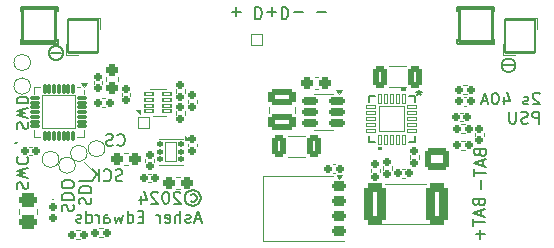
<source format=gbo>
G04 #@! TF.GenerationSoftware,KiCad,Pcbnew,8.0.7-8.0.7-0~ubuntu24.04.1*
G04 #@! TF.CreationDate,2024-12-31T12:59:00-07:00*
G04 #@! TF.ProjectId,2s 40A PSU and charger,32732034-3041-4205-9053-5520616e6420,V1*
G04 #@! TF.SameCoordinates,Original*
G04 #@! TF.FileFunction,Legend,Bot*
G04 #@! TF.FilePolarity,Positive*
%FSLAX46Y46*%
G04 Gerber Fmt 4.6, Leading zero omitted, Abs format (unit mm)*
G04 Created by KiCad (PCBNEW 8.0.7-8.0.7-0~ubuntu24.04.1) date 2024-12-31 12:59:00*
%MOMM*%
%LPD*%
G01*
G04 APERTURE LIST*
G04 Aperture macros list*
%AMRoundRect*
0 Rectangle with rounded corners*
0 $1 Rounding radius*
0 $2 $3 $4 $5 $6 $7 $8 $9 X,Y pos of 4 corners*
0 Add a 4 corners polygon primitive as box body*
4,1,4,$2,$3,$4,$5,$6,$7,$8,$9,$2,$3,0*
0 Add four circle primitives for the rounded corners*
1,1,$1+$1,$2,$3*
1,1,$1+$1,$4,$5*
1,1,$1+$1,$6,$7*
1,1,$1+$1,$8,$9*
0 Add four rect primitives between the rounded corners*
20,1,$1+$1,$2,$3,$4,$5,0*
20,1,$1+$1,$4,$5,$6,$7,0*
20,1,$1+$1,$6,$7,$8,$9,0*
20,1,$1+$1,$8,$9,$2,$3,0*%
%AMFreePoly0*
4,1,21,2.385355,3.535355,2.400000,3.500000,2.400000,2.000000,2.385355,1.964645,2.350000,1.950000,2.150000,1.950000,2.150000,-1.100000,2.135355,-1.135355,2.100000,-1.150000,-2.100000,-1.150000,-2.135355,-1.135355,-2.150000,-1.100000,-2.150000,1.950000,-2.350000,1.950000,-2.385355,1.964645,-2.400000,2.000000,-2.400000,3.500000,-2.385355,3.535355,-2.350000,3.550000,2.350000,3.550000,
2.385355,3.535355,2.385355,3.535355,$1*%
G04 Aperture macros list end*
%ADD10C,0.120000*%
%ADD11C,0.150000*%
%ADD12C,0.127000*%
%ADD13C,0.152400*%
%ADD14C,0.000000*%
%ADD15C,0.100000*%
%ADD16RoundRect,0.387756X-0.562244X-1.362244X0.562244X-1.362244X0.562244X1.362244X-0.562244X1.362244X0*%
%ADD17RoundRect,0.264706X0.760294X-0.635294X0.760294X0.635294X-0.760294X0.635294X-0.760294X-0.635294X0*%
%ADD18O,2.050000X1.800000*%
%ADD19RoundRect,0.050000X0.500000X-0.500000X0.500000X0.500000X-0.500000X0.500000X-0.500000X-0.500000X0*%
%ADD20O,1.100000X1.100000*%
%ADD21RoundRect,0.050000X-0.500000X-0.500000X0.500000X-0.500000X0.500000X0.500000X-0.500000X0.500000X0*%
%ADD22C,0.800000*%
%ADD23C,4.500000*%
%ADD24C,0.700000*%
%ADD25C,0.850020*%
%ADD26O,2.050020X0.800020*%
%ADD27RoundRect,0.165000X-0.195000X0.165000X-0.195000X-0.165000X0.195000X-0.165000X0.195000X0.165000X0*%
%ADD28RoundRect,0.160000X0.160000X0.210000X-0.160000X0.210000X-0.160000X-0.210000X0.160000X-0.210000X0*%
%ADD29RoundRect,0.118750X0.118750X0.131250X-0.118750X0.131250X-0.118750X-0.131250X0.118750X-0.131250X0*%
%ADD30RoundRect,0.050000X0.500000X0.800000X-0.500000X0.800000X-0.500000X-0.800000X0.500000X-0.800000X0*%
%ADD31RoundRect,0.160000X0.210000X-0.160000X0.210000X0.160000X-0.210000X0.160000X-0.210000X-0.160000X0*%
%ADD32RoundRect,0.165000X-0.165000X-0.195000X0.165000X-0.195000X0.165000X0.195000X-0.165000X0.195000X0*%
%ADD33RoundRect,0.271739X-0.353261X-0.678261X0.353261X-0.678261X0.353261X0.678261X-0.353261X0.678261X0*%
%ADD34RoundRect,0.250000X0.250000X0.275000X-0.250000X0.275000X-0.250000X-0.275000X0.250000X-0.275000X0*%
%ADD35C,1.100000*%
%ADD36RoundRect,0.250000X-0.250000X-0.275000X0.250000X-0.275000X0.250000X0.275000X-0.250000X0.275000X0*%
%ADD37RoundRect,0.066667X-0.318333X-0.133333X0.318333X-0.133333X0.318333X0.133333X-0.318333X0.133333X0*%
%ADD38RoundRect,0.165000X0.195000X-0.165000X0.195000X0.165000X-0.195000X0.165000X-0.195000X-0.165000X0*%
%ADD39RoundRect,0.270000X-0.880000X0.405000X-0.880000X-0.405000X0.880000X-0.405000X0.880000X0.405000X0*%
%ADD40RoundRect,0.160000X-0.210000X0.160000X-0.210000X-0.160000X0.210000X-0.160000X0.210000X0.160000X0*%
%ADD41RoundRect,0.165000X0.165000X0.195000X-0.165000X0.195000X-0.165000X-0.195000X0.165000X-0.195000X0*%
%ADD42RoundRect,0.160000X-0.160000X-0.210000X0.160000X-0.210000X0.160000X0.210000X-0.160000X0.210000X0*%
%ADD43RoundRect,0.100000X1.250000X1.400000X-1.250000X1.400000X-1.250000X-1.400000X1.250000X-1.400000X0*%
%ADD44RoundRect,0.200000X0.425000X-0.200000X0.425000X0.200000X-0.425000X0.200000X-0.425000X-0.200000X0*%
%ADD45FreePoly0,90.000000*%
%ADD46RoundRect,0.102000X-1.400000X-1.400000X1.400000X-1.400000X1.400000X1.400000X-1.400000X1.400000X0*%
%ADD47RoundRect,0.050000X0.406400X-0.127000X0.406400X0.127000X-0.406400X0.127000X-0.406400X-0.127000X0*%
%ADD48RoundRect,0.050000X0.127000X0.406400X-0.127000X0.406400X-0.127000X-0.406400X0.127000X-0.406400X0*%
%ADD49RoundRect,0.050000X1.079500X1.079500X-1.079500X1.079500X-1.079500X-1.079500X1.079500X-1.079500X0*%
%ADD50RoundRect,0.075000X0.362500X0.075000X-0.362500X0.075000X-0.362500X-0.075000X0.362500X-0.075000X0*%
%ADD51RoundRect,0.075000X0.075000X0.362500X-0.075000X0.362500X-0.075000X-0.362500X0.075000X-0.362500X0*%
%ADD52RoundRect,0.050000X1.400000X1.400000X-1.400000X1.400000X-1.400000X-1.400000X1.400000X-1.400000X0*%
%ADD53RoundRect,0.274390X0.475610X-0.288110X0.475610X0.288110X-0.475610X0.288110X-0.475610X-0.288110X0*%
%ADD54RoundRect,0.175000X0.537500X0.175000X-0.537500X0.175000X-0.537500X-0.175000X0.537500X-0.175000X0*%
%ADD55RoundRect,0.172500X-0.197500X0.172500X-0.197500X-0.172500X0.197500X-0.172500X0.197500X0.172500X0*%
%ADD56RoundRect,0.250000X-0.275000X0.250000X-0.275000X-0.250000X0.275000X-0.250000X0.275000X0.250000X0*%
G04 APERTURE END LIST*
D10*
X114500000Y-125700000D02*
X114000000Y-125200000D01*
D11*
X147446009Y-128670112D02*
X147493628Y-128812969D01*
X147493628Y-128812969D02*
X147541247Y-128860588D01*
X147541247Y-128860588D02*
X147636485Y-128908207D01*
X147636485Y-128908207D02*
X147779342Y-128908207D01*
X147779342Y-128908207D02*
X147874580Y-128860588D01*
X147874580Y-128860588D02*
X147922200Y-128812969D01*
X147922200Y-128812969D02*
X147969819Y-128717731D01*
X147969819Y-128717731D02*
X147969819Y-128336779D01*
X147969819Y-128336779D02*
X146969819Y-128336779D01*
X146969819Y-128336779D02*
X146969819Y-128670112D01*
X146969819Y-128670112D02*
X147017438Y-128765350D01*
X147017438Y-128765350D02*
X147065057Y-128812969D01*
X147065057Y-128812969D02*
X147160295Y-128860588D01*
X147160295Y-128860588D02*
X147255533Y-128860588D01*
X147255533Y-128860588D02*
X147350771Y-128812969D01*
X147350771Y-128812969D02*
X147398390Y-128765350D01*
X147398390Y-128765350D02*
X147446009Y-128670112D01*
X147446009Y-128670112D02*
X147446009Y-128336779D01*
X147684104Y-129289160D02*
X147684104Y-129765350D01*
X147969819Y-129193922D02*
X146969819Y-129527255D01*
X146969819Y-129527255D02*
X147969819Y-129860588D01*
X146969819Y-130051065D02*
X146969819Y-130622493D01*
X147969819Y-130336779D02*
X146969819Y-130336779D01*
X147588866Y-130955827D02*
X147588866Y-131717732D01*
X147969819Y-131336779D02*
X147207914Y-131336779D01*
X150115601Y-116465771D02*
X149829887Y-116465771D01*
X149829887Y-116465771D02*
X149544173Y-116608628D01*
X149544173Y-116608628D02*
X149401316Y-116894342D01*
X149401316Y-116894342D02*
X149401316Y-117180057D01*
X149401316Y-117180057D02*
X149544173Y-117465771D01*
X149544173Y-117465771D02*
X149829887Y-117608628D01*
X149829887Y-117608628D02*
X150115601Y-117608628D01*
X150115601Y-117608628D02*
X150401316Y-117465771D01*
X150401316Y-117465771D02*
X150544173Y-117180057D01*
X150544173Y-117180057D02*
X150544173Y-116894342D01*
X150544173Y-116894342D02*
X150401316Y-116608628D01*
X150401316Y-116608628D02*
X150115601Y-116465771D01*
X150401316Y-117037200D02*
X149544173Y-117037200D01*
X111815601Y-115415771D02*
X111529887Y-115415771D01*
X111529887Y-115415771D02*
X111244173Y-115558628D01*
X111244173Y-115558628D02*
X111101316Y-115844342D01*
X111101316Y-115844342D02*
X111101316Y-116130057D01*
X111101316Y-116130057D02*
X111244173Y-116415771D01*
X111244173Y-116415771D02*
X111529887Y-116558628D01*
X111529887Y-116558628D02*
X111815601Y-116558628D01*
X111815601Y-116558628D02*
X112101316Y-116415771D01*
X112101316Y-116415771D02*
X112244173Y-116130057D01*
X112244173Y-116130057D02*
X112244173Y-115844342D01*
X112244173Y-115844342D02*
X112101316Y-115558628D01*
X112101316Y-115558628D02*
X111815601Y-115415771D01*
X112101316Y-115987200D02*
X111244173Y-115987200D01*
X152610839Y-119455113D02*
X152563220Y-119407494D01*
X152563220Y-119407494D02*
X152467982Y-119359875D01*
X152467982Y-119359875D02*
X152229887Y-119359875D01*
X152229887Y-119359875D02*
X152134649Y-119407494D01*
X152134649Y-119407494D02*
X152087030Y-119455113D01*
X152087030Y-119455113D02*
X152039411Y-119550351D01*
X152039411Y-119550351D02*
X152039411Y-119645589D01*
X152039411Y-119645589D02*
X152087030Y-119788446D01*
X152087030Y-119788446D02*
X152658458Y-120359875D01*
X152658458Y-120359875D02*
X152039411Y-120359875D01*
X151658458Y-120312256D02*
X151563220Y-120359875D01*
X151563220Y-120359875D02*
X151372744Y-120359875D01*
X151372744Y-120359875D02*
X151277506Y-120312256D01*
X151277506Y-120312256D02*
X151229887Y-120217017D01*
X151229887Y-120217017D02*
X151229887Y-120169398D01*
X151229887Y-120169398D02*
X151277506Y-120074160D01*
X151277506Y-120074160D02*
X151372744Y-120026541D01*
X151372744Y-120026541D02*
X151515601Y-120026541D01*
X151515601Y-120026541D02*
X151610839Y-119978922D01*
X151610839Y-119978922D02*
X151658458Y-119883684D01*
X151658458Y-119883684D02*
X151658458Y-119836065D01*
X151658458Y-119836065D02*
X151610839Y-119740827D01*
X151610839Y-119740827D02*
X151515601Y-119693208D01*
X151515601Y-119693208D02*
X151372744Y-119693208D01*
X151372744Y-119693208D02*
X151277506Y-119740827D01*
X149610839Y-119693208D02*
X149610839Y-120359875D01*
X149848934Y-119312256D02*
X150087029Y-120026541D01*
X150087029Y-120026541D02*
X149467982Y-120026541D01*
X148896553Y-119359875D02*
X148801315Y-119359875D01*
X148801315Y-119359875D02*
X148706077Y-119407494D01*
X148706077Y-119407494D02*
X148658458Y-119455113D01*
X148658458Y-119455113D02*
X148610839Y-119550351D01*
X148610839Y-119550351D02*
X148563220Y-119740827D01*
X148563220Y-119740827D02*
X148563220Y-119978922D01*
X148563220Y-119978922D02*
X148610839Y-120169398D01*
X148610839Y-120169398D02*
X148658458Y-120264636D01*
X148658458Y-120264636D02*
X148706077Y-120312256D01*
X148706077Y-120312256D02*
X148801315Y-120359875D01*
X148801315Y-120359875D02*
X148896553Y-120359875D01*
X148896553Y-120359875D02*
X148991791Y-120312256D01*
X148991791Y-120312256D02*
X149039410Y-120264636D01*
X149039410Y-120264636D02*
X149087029Y-120169398D01*
X149087029Y-120169398D02*
X149134648Y-119978922D01*
X149134648Y-119978922D02*
X149134648Y-119740827D01*
X149134648Y-119740827D02*
X149087029Y-119550351D01*
X149087029Y-119550351D02*
X149039410Y-119455113D01*
X149039410Y-119455113D02*
X148991791Y-119407494D01*
X148991791Y-119407494D02*
X148896553Y-119359875D01*
X148182267Y-120074160D02*
X147706077Y-120074160D01*
X148277505Y-120359875D02*
X147944172Y-119359875D01*
X147944172Y-119359875D02*
X147610839Y-120359875D01*
X152563220Y-121969819D02*
X152563220Y-120969819D01*
X152563220Y-120969819D02*
X152182268Y-120969819D01*
X152182268Y-120969819D02*
X152087030Y-121017438D01*
X152087030Y-121017438D02*
X152039411Y-121065057D01*
X152039411Y-121065057D02*
X151991792Y-121160295D01*
X151991792Y-121160295D02*
X151991792Y-121303152D01*
X151991792Y-121303152D02*
X152039411Y-121398390D01*
X152039411Y-121398390D02*
X152087030Y-121446009D01*
X152087030Y-121446009D02*
X152182268Y-121493628D01*
X152182268Y-121493628D02*
X152563220Y-121493628D01*
X151610839Y-121922200D02*
X151467982Y-121969819D01*
X151467982Y-121969819D02*
X151229887Y-121969819D01*
X151229887Y-121969819D02*
X151134649Y-121922200D01*
X151134649Y-121922200D02*
X151087030Y-121874580D01*
X151087030Y-121874580D02*
X151039411Y-121779342D01*
X151039411Y-121779342D02*
X151039411Y-121684104D01*
X151039411Y-121684104D02*
X151087030Y-121588866D01*
X151087030Y-121588866D02*
X151134649Y-121541247D01*
X151134649Y-121541247D02*
X151229887Y-121493628D01*
X151229887Y-121493628D02*
X151420363Y-121446009D01*
X151420363Y-121446009D02*
X151515601Y-121398390D01*
X151515601Y-121398390D02*
X151563220Y-121350771D01*
X151563220Y-121350771D02*
X151610839Y-121255533D01*
X151610839Y-121255533D02*
X151610839Y-121160295D01*
X151610839Y-121160295D02*
X151563220Y-121065057D01*
X151563220Y-121065057D02*
X151515601Y-121017438D01*
X151515601Y-121017438D02*
X151420363Y-120969819D01*
X151420363Y-120969819D02*
X151182268Y-120969819D01*
X151182268Y-120969819D02*
X151039411Y-121017438D01*
X150610839Y-120969819D02*
X150610839Y-121779342D01*
X150610839Y-121779342D02*
X150563220Y-121874580D01*
X150563220Y-121874580D02*
X150515601Y-121922200D01*
X150515601Y-121922200D02*
X150420363Y-121969819D01*
X150420363Y-121969819D02*
X150229887Y-121969819D01*
X150229887Y-121969819D02*
X150134649Y-121922200D01*
X150134649Y-121922200D02*
X150087030Y-121874580D01*
X150087030Y-121874580D02*
X150039411Y-121779342D01*
X150039411Y-121779342D02*
X150039411Y-120969819D01*
X126536779Y-112511133D02*
X127298684Y-112511133D01*
X126917731Y-112130180D02*
X126917731Y-112892085D01*
X128536779Y-112130180D02*
X128536779Y-113130180D01*
X128536779Y-113130180D02*
X128774874Y-113130180D01*
X128774874Y-113130180D02*
X128917731Y-113082561D01*
X128917731Y-113082561D02*
X129012969Y-112987323D01*
X129012969Y-112987323D02*
X129060588Y-112892085D01*
X129060588Y-112892085D02*
X129108207Y-112701609D01*
X129108207Y-112701609D02*
X129108207Y-112558752D01*
X129108207Y-112558752D02*
X129060588Y-112368276D01*
X129060588Y-112368276D02*
X129012969Y-112273038D01*
X129012969Y-112273038D02*
X128917731Y-112177800D01*
X128917731Y-112177800D02*
X128774874Y-112130180D01*
X128774874Y-112130180D02*
X128536779Y-112130180D01*
X129536779Y-112511133D02*
X130298684Y-112511133D01*
X129917731Y-112130180D02*
X129917731Y-112892085D01*
X130774874Y-112130180D02*
X130774874Y-113130180D01*
X130774874Y-113130180D02*
X131012969Y-113130180D01*
X131012969Y-113130180D02*
X131155826Y-113082561D01*
X131155826Y-113082561D02*
X131251064Y-112987323D01*
X131251064Y-112987323D02*
X131298683Y-112892085D01*
X131298683Y-112892085D02*
X131346302Y-112701609D01*
X131346302Y-112701609D02*
X131346302Y-112558752D01*
X131346302Y-112558752D02*
X131298683Y-112368276D01*
X131298683Y-112368276D02*
X131251064Y-112273038D01*
X131251064Y-112273038D02*
X131155826Y-112177800D01*
X131155826Y-112177800D02*
X131012969Y-112130180D01*
X131012969Y-112130180D02*
X130774874Y-112130180D01*
X131774874Y-112511133D02*
X132536779Y-112511133D01*
X133774874Y-112511133D02*
X134536779Y-112511133D01*
X123053696Y-127997970D02*
X123148935Y-127950351D01*
X123148935Y-127950351D02*
X123339411Y-127950351D01*
X123339411Y-127950351D02*
X123434649Y-127997970D01*
X123434649Y-127997970D02*
X123529887Y-128093208D01*
X123529887Y-128093208D02*
X123577506Y-128188446D01*
X123577506Y-128188446D02*
X123577506Y-128378922D01*
X123577506Y-128378922D02*
X123529887Y-128474160D01*
X123529887Y-128474160D02*
X123434649Y-128569398D01*
X123434649Y-128569398D02*
X123339411Y-128617017D01*
X123339411Y-128617017D02*
X123148935Y-128617017D01*
X123148935Y-128617017D02*
X123053696Y-128569398D01*
X123244173Y-127617017D02*
X123482268Y-127664636D01*
X123482268Y-127664636D02*
X123720363Y-127807494D01*
X123720363Y-127807494D02*
X123863220Y-128045589D01*
X123863220Y-128045589D02*
X123910839Y-128283684D01*
X123910839Y-128283684D02*
X123863220Y-128521779D01*
X123863220Y-128521779D02*
X123720363Y-128759875D01*
X123720363Y-128759875D02*
X123482268Y-128902732D01*
X123482268Y-128902732D02*
X123244173Y-128950351D01*
X123244173Y-128950351D02*
X123006077Y-128902732D01*
X123006077Y-128902732D02*
X122767982Y-128759875D01*
X122767982Y-128759875D02*
X122625125Y-128521779D01*
X122625125Y-128521779D02*
X122577506Y-128283684D01*
X122577506Y-128283684D02*
X122625125Y-128045589D01*
X122625125Y-128045589D02*
X122767982Y-127807494D01*
X122767982Y-127807494D02*
X123006077Y-127664636D01*
X123006077Y-127664636D02*
X123244173Y-127617017D01*
X122196553Y-127855113D02*
X122148934Y-127807494D01*
X122148934Y-127807494D02*
X122053696Y-127759875D01*
X122053696Y-127759875D02*
X121815601Y-127759875D01*
X121815601Y-127759875D02*
X121720363Y-127807494D01*
X121720363Y-127807494D02*
X121672744Y-127855113D01*
X121672744Y-127855113D02*
X121625125Y-127950351D01*
X121625125Y-127950351D02*
X121625125Y-128045589D01*
X121625125Y-128045589D02*
X121672744Y-128188446D01*
X121672744Y-128188446D02*
X122244172Y-128759875D01*
X122244172Y-128759875D02*
X121625125Y-128759875D01*
X121006077Y-127759875D02*
X120910839Y-127759875D01*
X120910839Y-127759875D02*
X120815601Y-127807494D01*
X120815601Y-127807494D02*
X120767982Y-127855113D01*
X120767982Y-127855113D02*
X120720363Y-127950351D01*
X120720363Y-127950351D02*
X120672744Y-128140827D01*
X120672744Y-128140827D02*
X120672744Y-128378922D01*
X120672744Y-128378922D02*
X120720363Y-128569398D01*
X120720363Y-128569398D02*
X120767982Y-128664636D01*
X120767982Y-128664636D02*
X120815601Y-128712256D01*
X120815601Y-128712256D02*
X120910839Y-128759875D01*
X120910839Y-128759875D02*
X121006077Y-128759875D01*
X121006077Y-128759875D02*
X121101315Y-128712256D01*
X121101315Y-128712256D02*
X121148934Y-128664636D01*
X121148934Y-128664636D02*
X121196553Y-128569398D01*
X121196553Y-128569398D02*
X121244172Y-128378922D01*
X121244172Y-128378922D02*
X121244172Y-128140827D01*
X121244172Y-128140827D02*
X121196553Y-127950351D01*
X121196553Y-127950351D02*
X121148934Y-127855113D01*
X121148934Y-127855113D02*
X121101315Y-127807494D01*
X121101315Y-127807494D02*
X121006077Y-127759875D01*
X120291791Y-127855113D02*
X120244172Y-127807494D01*
X120244172Y-127807494D02*
X120148934Y-127759875D01*
X120148934Y-127759875D02*
X119910839Y-127759875D01*
X119910839Y-127759875D02*
X119815601Y-127807494D01*
X119815601Y-127807494D02*
X119767982Y-127855113D01*
X119767982Y-127855113D02*
X119720363Y-127950351D01*
X119720363Y-127950351D02*
X119720363Y-128045589D01*
X119720363Y-128045589D02*
X119767982Y-128188446D01*
X119767982Y-128188446D02*
X120339410Y-128759875D01*
X120339410Y-128759875D02*
X119720363Y-128759875D01*
X118863220Y-128093208D02*
X118863220Y-128759875D01*
X119101315Y-127712256D02*
X119339410Y-128426541D01*
X119339410Y-128426541D02*
X118720363Y-128426541D01*
X123910839Y-130084104D02*
X123434649Y-130084104D01*
X124006077Y-130369819D02*
X123672744Y-129369819D01*
X123672744Y-129369819D02*
X123339411Y-130369819D01*
X123053696Y-130322200D02*
X122958458Y-130369819D01*
X122958458Y-130369819D02*
X122767982Y-130369819D01*
X122767982Y-130369819D02*
X122672744Y-130322200D01*
X122672744Y-130322200D02*
X122625125Y-130226961D01*
X122625125Y-130226961D02*
X122625125Y-130179342D01*
X122625125Y-130179342D02*
X122672744Y-130084104D01*
X122672744Y-130084104D02*
X122767982Y-130036485D01*
X122767982Y-130036485D02*
X122910839Y-130036485D01*
X122910839Y-130036485D02*
X123006077Y-129988866D01*
X123006077Y-129988866D02*
X123053696Y-129893628D01*
X123053696Y-129893628D02*
X123053696Y-129846009D01*
X123053696Y-129846009D02*
X123006077Y-129750771D01*
X123006077Y-129750771D02*
X122910839Y-129703152D01*
X122910839Y-129703152D02*
X122767982Y-129703152D01*
X122767982Y-129703152D02*
X122672744Y-129750771D01*
X122196553Y-130369819D02*
X122196553Y-129369819D01*
X121767982Y-130369819D02*
X121767982Y-129846009D01*
X121767982Y-129846009D02*
X121815601Y-129750771D01*
X121815601Y-129750771D02*
X121910839Y-129703152D01*
X121910839Y-129703152D02*
X122053696Y-129703152D01*
X122053696Y-129703152D02*
X122148934Y-129750771D01*
X122148934Y-129750771D02*
X122196553Y-129798390D01*
X120910839Y-130322200D02*
X121006077Y-130369819D01*
X121006077Y-130369819D02*
X121196553Y-130369819D01*
X121196553Y-130369819D02*
X121291791Y-130322200D01*
X121291791Y-130322200D02*
X121339410Y-130226961D01*
X121339410Y-130226961D02*
X121339410Y-129846009D01*
X121339410Y-129846009D02*
X121291791Y-129750771D01*
X121291791Y-129750771D02*
X121196553Y-129703152D01*
X121196553Y-129703152D02*
X121006077Y-129703152D01*
X121006077Y-129703152D02*
X120910839Y-129750771D01*
X120910839Y-129750771D02*
X120863220Y-129846009D01*
X120863220Y-129846009D02*
X120863220Y-129941247D01*
X120863220Y-129941247D02*
X121339410Y-130036485D01*
X120434648Y-130369819D02*
X120434648Y-129703152D01*
X120434648Y-129893628D02*
X120387029Y-129798390D01*
X120387029Y-129798390D02*
X120339410Y-129750771D01*
X120339410Y-129750771D02*
X120244172Y-129703152D01*
X120244172Y-129703152D02*
X120148934Y-129703152D01*
X119053695Y-129846009D02*
X118720362Y-129846009D01*
X118577505Y-130369819D02*
X119053695Y-130369819D01*
X119053695Y-130369819D02*
X119053695Y-129369819D01*
X119053695Y-129369819D02*
X118577505Y-129369819D01*
X117720362Y-130369819D02*
X117720362Y-129369819D01*
X117720362Y-130322200D02*
X117815600Y-130369819D01*
X117815600Y-130369819D02*
X118006076Y-130369819D01*
X118006076Y-130369819D02*
X118101314Y-130322200D01*
X118101314Y-130322200D02*
X118148933Y-130274580D01*
X118148933Y-130274580D02*
X118196552Y-130179342D01*
X118196552Y-130179342D02*
X118196552Y-129893628D01*
X118196552Y-129893628D02*
X118148933Y-129798390D01*
X118148933Y-129798390D02*
X118101314Y-129750771D01*
X118101314Y-129750771D02*
X118006076Y-129703152D01*
X118006076Y-129703152D02*
X117815600Y-129703152D01*
X117815600Y-129703152D02*
X117720362Y-129750771D01*
X117339409Y-129703152D02*
X117148933Y-130369819D01*
X117148933Y-130369819D02*
X116958457Y-129893628D01*
X116958457Y-129893628D02*
X116767981Y-130369819D01*
X116767981Y-130369819D02*
X116577505Y-129703152D01*
X115767981Y-130369819D02*
X115767981Y-129846009D01*
X115767981Y-129846009D02*
X115815600Y-129750771D01*
X115815600Y-129750771D02*
X115910838Y-129703152D01*
X115910838Y-129703152D02*
X116101314Y-129703152D01*
X116101314Y-129703152D02*
X116196552Y-129750771D01*
X115767981Y-130322200D02*
X115863219Y-130369819D01*
X115863219Y-130369819D02*
X116101314Y-130369819D01*
X116101314Y-130369819D02*
X116196552Y-130322200D01*
X116196552Y-130322200D02*
X116244171Y-130226961D01*
X116244171Y-130226961D02*
X116244171Y-130131723D01*
X116244171Y-130131723D02*
X116196552Y-130036485D01*
X116196552Y-130036485D02*
X116101314Y-129988866D01*
X116101314Y-129988866D02*
X115863219Y-129988866D01*
X115863219Y-129988866D02*
X115767981Y-129941247D01*
X115291790Y-130369819D02*
X115291790Y-129703152D01*
X115291790Y-129893628D02*
X115244171Y-129798390D01*
X115244171Y-129798390D02*
X115196552Y-129750771D01*
X115196552Y-129750771D02*
X115101314Y-129703152D01*
X115101314Y-129703152D02*
X115006076Y-129703152D01*
X114244171Y-130369819D02*
X114244171Y-129369819D01*
X114244171Y-130322200D02*
X114339409Y-130369819D01*
X114339409Y-130369819D02*
X114529885Y-130369819D01*
X114529885Y-130369819D02*
X114625123Y-130322200D01*
X114625123Y-130322200D02*
X114672742Y-130274580D01*
X114672742Y-130274580D02*
X114720361Y-130179342D01*
X114720361Y-130179342D02*
X114720361Y-129893628D01*
X114720361Y-129893628D02*
X114672742Y-129798390D01*
X114672742Y-129798390D02*
X114625123Y-129750771D01*
X114625123Y-129750771D02*
X114529885Y-129703152D01*
X114529885Y-129703152D02*
X114339409Y-129703152D01*
X114339409Y-129703152D02*
X114244171Y-129750771D01*
X113815599Y-130322200D02*
X113720361Y-130369819D01*
X113720361Y-130369819D02*
X113529885Y-130369819D01*
X113529885Y-130369819D02*
X113434647Y-130322200D01*
X113434647Y-130322200D02*
X113387028Y-130226961D01*
X113387028Y-130226961D02*
X113387028Y-130179342D01*
X113387028Y-130179342D02*
X113434647Y-130084104D01*
X113434647Y-130084104D02*
X113529885Y-130036485D01*
X113529885Y-130036485D02*
X113672742Y-130036485D01*
X113672742Y-130036485D02*
X113767980Y-129988866D01*
X113767980Y-129988866D02*
X113815599Y-129893628D01*
X113815599Y-129893628D02*
X113815599Y-129846009D01*
X113815599Y-129846009D02*
X113767980Y-129750771D01*
X113767980Y-129750771D02*
X113672742Y-129703152D01*
X113672742Y-129703152D02*
X113529885Y-129703152D01*
X113529885Y-129703152D02*
X113434647Y-129750771D01*
X108377800Y-127510839D02*
X108330180Y-127367982D01*
X108330180Y-127367982D02*
X108330180Y-127129887D01*
X108330180Y-127129887D02*
X108377800Y-127034649D01*
X108377800Y-127034649D02*
X108425419Y-126987030D01*
X108425419Y-126987030D02*
X108520657Y-126939411D01*
X108520657Y-126939411D02*
X108615895Y-126939411D01*
X108615895Y-126939411D02*
X108711133Y-126987030D01*
X108711133Y-126987030D02*
X108758752Y-127034649D01*
X108758752Y-127034649D02*
X108806371Y-127129887D01*
X108806371Y-127129887D02*
X108853990Y-127320363D01*
X108853990Y-127320363D02*
X108901609Y-127415601D01*
X108901609Y-127415601D02*
X108949228Y-127463220D01*
X108949228Y-127463220D02*
X109044466Y-127510839D01*
X109044466Y-127510839D02*
X109139704Y-127510839D01*
X109139704Y-127510839D02*
X109234942Y-127463220D01*
X109234942Y-127463220D02*
X109282561Y-127415601D01*
X109282561Y-127415601D02*
X109330180Y-127320363D01*
X109330180Y-127320363D02*
X109330180Y-127082268D01*
X109330180Y-127082268D02*
X109282561Y-126939411D01*
X109330180Y-126606077D02*
X108330180Y-126367982D01*
X108330180Y-126367982D02*
X109044466Y-126177506D01*
X109044466Y-126177506D02*
X108330180Y-125987030D01*
X108330180Y-125987030D02*
X109330180Y-125748935D01*
X108425419Y-124796554D02*
X108377800Y-124844173D01*
X108377800Y-124844173D02*
X108330180Y-124987030D01*
X108330180Y-124987030D02*
X108330180Y-125082268D01*
X108330180Y-125082268D02*
X108377800Y-125225125D01*
X108377800Y-125225125D02*
X108473038Y-125320363D01*
X108473038Y-125320363D02*
X108568276Y-125367982D01*
X108568276Y-125367982D02*
X108758752Y-125415601D01*
X108758752Y-125415601D02*
X108901609Y-125415601D01*
X108901609Y-125415601D02*
X109092085Y-125367982D01*
X109092085Y-125367982D02*
X109187323Y-125320363D01*
X109187323Y-125320363D02*
X109282561Y-125225125D01*
X109282561Y-125225125D02*
X109330180Y-125082268D01*
X109330180Y-125082268D02*
X109330180Y-124987030D01*
X109330180Y-124987030D02*
X109282561Y-124844173D01*
X109282561Y-124844173D02*
X109234942Y-124796554D01*
X108377800Y-123558458D02*
X108330180Y-123558458D01*
X108330180Y-123558458D02*
X108234942Y-123606077D01*
X108234942Y-123606077D02*
X108187323Y-123653696D01*
X108377800Y-122415601D02*
X108330180Y-122272744D01*
X108330180Y-122272744D02*
X108330180Y-122034649D01*
X108330180Y-122034649D02*
X108377800Y-121939411D01*
X108377800Y-121939411D02*
X108425419Y-121891792D01*
X108425419Y-121891792D02*
X108520657Y-121844173D01*
X108520657Y-121844173D02*
X108615895Y-121844173D01*
X108615895Y-121844173D02*
X108711133Y-121891792D01*
X108711133Y-121891792D02*
X108758752Y-121939411D01*
X108758752Y-121939411D02*
X108806371Y-122034649D01*
X108806371Y-122034649D02*
X108853990Y-122225125D01*
X108853990Y-122225125D02*
X108901609Y-122320363D01*
X108901609Y-122320363D02*
X108949228Y-122367982D01*
X108949228Y-122367982D02*
X109044466Y-122415601D01*
X109044466Y-122415601D02*
X109139704Y-122415601D01*
X109139704Y-122415601D02*
X109234942Y-122367982D01*
X109234942Y-122367982D02*
X109282561Y-122320363D01*
X109282561Y-122320363D02*
X109330180Y-122225125D01*
X109330180Y-122225125D02*
X109330180Y-121987030D01*
X109330180Y-121987030D02*
X109282561Y-121844173D01*
X109330180Y-121510839D02*
X108330180Y-121272744D01*
X108330180Y-121272744D02*
X109044466Y-121082268D01*
X109044466Y-121082268D02*
X108330180Y-120891792D01*
X108330180Y-120891792D02*
X109330180Y-120653697D01*
X108330180Y-120272744D02*
X109330180Y-120272744D01*
X109330180Y-120272744D02*
X109330180Y-120034649D01*
X109330180Y-120034649D02*
X109282561Y-119891792D01*
X109282561Y-119891792D02*
X109187323Y-119796554D01*
X109187323Y-119796554D02*
X109092085Y-119748935D01*
X109092085Y-119748935D02*
X108901609Y-119701316D01*
X108901609Y-119701316D02*
X108758752Y-119701316D01*
X108758752Y-119701316D02*
X108568276Y-119748935D01*
X108568276Y-119748935D02*
X108473038Y-119796554D01*
X108473038Y-119796554D02*
X108377800Y-119891792D01*
X108377800Y-119891792D02*
X108330180Y-120034649D01*
X108330180Y-120034649D02*
X108330180Y-120272744D01*
X147546009Y-124470112D02*
X147593628Y-124612969D01*
X147593628Y-124612969D02*
X147641247Y-124660588D01*
X147641247Y-124660588D02*
X147736485Y-124708207D01*
X147736485Y-124708207D02*
X147879342Y-124708207D01*
X147879342Y-124708207D02*
X147974580Y-124660588D01*
X147974580Y-124660588D02*
X148022200Y-124612969D01*
X148022200Y-124612969D02*
X148069819Y-124517731D01*
X148069819Y-124517731D02*
X148069819Y-124136779D01*
X148069819Y-124136779D02*
X147069819Y-124136779D01*
X147069819Y-124136779D02*
X147069819Y-124470112D01*
X147069819Y-124470112D02*
X147117438Y-124565350D01*
X147117438Y-124565350D02*
X147165057Y-124612969D01*
X147165057Y-124612969D02*
X147260295Y-124660588D01*
X147260295Y-124660588D02*
X147355533Y-124660588D01*
X147355533Y-124660588D02*
X147450771Y-124612969D01*
X147450771Y-124612969D02*
X147498390Y-124565350D01*
X147498390Y-124565350D02*
X147546009Y-124470112D01*
X147546009Y-124470112D02*
X147546009Y-124136779D01*
X147784104Y-125089160D02*
X147784104Y-125565350D01*
X148069819Y-124993922D02*
X147069819Y-125327255D01*
X147069819Y-125327255D02*
X148069819Y-125660588D01*
X147069819Y-125851065D02*
X147069819Y-126422493D01*
X148069819Y-126136779D02*
X147069819Y-126136779D01*
X147688866Y-126755827D02*
X147688866Y-127517732D01*
X117285713Y-126807200D02*
X117142856Y-126854819D01*
X117142856Y-126854819D02*
X116904761Y-126854819D01*
X116904761Y-126854819D02*
X116809523Y-126807200D01*
X116809523Y-126807200D02*
X116761904Y-126759580D01*
X116761904Y-126759580D02*
X116714285Y-126664342D01*
X116714285Y-126664342D02*
X116714285Y-126569104D01*
X116714285Y-126569104D02*
X116761904Y-126473866D01*
X116761904Y-126473866D02*
X116809523Y-126426247D01*
X116809523Y-126426247D02*
X116904761Y-126378628D01*
X116904761Y-126378628D02*
X117095237Y-126331009D01*
X117095237Y-126331009D02*
X117190475Y-126283390D01*
X117190475Y-126283390D02*
X117238094Y-126235771D01*
X117238094Y-126235771D02*
X117285713Y-126140533D01*
X117285713Y-126140533D02*
X117285713Y-126045295D01*
X117285713Y-126045295D02*
X117238094Y-125950057D01*
X117238094Y-125950057D02*
X117190475Y-125902438D01*
X117190475Y-125902438D02*
X117095237Y-125854819D01*
X117095237Y-125854819D02*
X116857142Y-125854819D01*
X116857142Y-125854819D02*
X116714285Y-125902438D01*
X115714285Y-126759580D02*
X115761904Y-126807200D01*
X115761904Y-126807200D02*
X115904761Y-126854819D01*
X115904761Y-126854819D02*
X115999999Y-126854819D01*
X115999999Y-126854819D02*
X116142856Y-126807200D01*
X116142856Y-126807200D02*
X116238094Y-126711961D01*
X116238094Y-126711961D02*
X116285713Y-126616723D01*
X116285713Y-126616723D02*
X116333332Y-126426247D01*
X116333332Y-126426247D02*
X116333332Y-126283390D01*
X116333332Y-126283390D02*
X116285713Y-126092914D01*
X116285713Y-126092914D02*
X116238094Y-125997676D01*
X116238094Y-125997676D02*
X116142856Y-125902438D01*
X116142856Y-125902438D02*
X115999999Y-125854819D01*
X115999999Y-125854819D02*
X115904761Y-125854819D01*
X115904761Y-125854819D02*
X115761904Y-125902438D01*
X115761904Y-125902438D02*
X115714285Y-125950057D01*
X115285713Y-126854819D02*
X115285713Y-125854819D01*
X114714285Y-126854819D02*
X115142856Y-126283390D01*
X114714285Y-125854819D02*
X115285713Y-126426247D01*
X116866666Y-123759580D02*
X116914285Y-123807200D01*
X116914285Y-123807200D02*
X117057142Y-123854819D01*
X117057142Y-123854819D02*
X117152380Y-123854819D01*
X117152380Y-123854819D02*
X117295237Y-123807200D01*
X117295237Y-123807200D02*
X117390475Y-123711961D01*
X117390475Y-123711961D02*
X117438094Y-123616723D01*
X117438094Y-123616723D02*
X117485713Y-123426247D01*
X117485713Y-123426247D02*
X117485713Y-123283390D01*
X117485713Y-123283390D02*
X117438094Y-123092914D01*
X117438094Y-123092914D02*
X117390475Y-122997676D01*
X117390475Y-122997676D02*
X117295237Y-122902438D01*
X117295237Y-122902438D02*
X117152380Y-122854819D01*
X117152380Y-122854819D02*
X117057142Y-122854819D01*
X117057142Y-122854819D02*
X116914285Y-122902438D01*
X116914285Y-122902438D02*
X116866666Y-122950057D01*
X116485713Y-123807200D02*
X116342856Y-123854819D01*
X116342856Y-123854819D02*
X116104761Y-123854819D01*
X116104761Y-123854819D02*
X116009523Y-123807200D01*
X116009523Y-123807200D02*
X115961904Y-123759580D01*
X115961904Y-123759580D02*
X115914285Y-123664342D01*
X115914285Y-123664342D02*
X115914285Y-123569104D01*
X115914285Y-123569104D02*
X115961904Y-123473866D01*
X115961904Y-123473866D02*
X116009523Y-123426247D01*
X116009523Y-123426247D02*
X116104761Y-123378628D01*
X116104761Y-123378628D02*
X116295237Y-123331009D01*
X116295237Y-123331009D02*
X116390475Y-123283390D01*
X116390475Y-123283390D02*
X116438094Y-123235771D01*
X116438094Y-123235771D02*
X116485713Y-123140533D01*
X116485713Y-123140533D02*
X116485713Y-123045295D01*
X116485713Y-123045295D02*
X116438094Y-122950057D01*
X116438094Y-122950057D02*
X116390475Y-122902438D01*
X116390475Y-122902438D02*
X116295237Y-122854819D01*
X116295237Y-122854819D02*
X116057142Y-122854819D01*
X116057142Y-122854819D02*
X115914285Y-122902438D01*
X113692800Y-128823808D02*
X113645180Y-128680951D01*
X113645180Y-128680951D02*
X113645180Y-128442856D01*
X113645180Y-128442856D02*
X113692800Y-128347618D01*
X113692800Y-128347618D02*
X113740419Y-128299999D01*
X113740419Y-128299999D02*
X113835657Y-128252380D01*
X113835657Y-128252380D02*
X113930895Y-128252380D01*
X113930895Y-128252380D02*
X114026133Y-128299999D01*
X114026133Y-128299999D02*
X114073752Y-128347618D01*
X114073752Y-128347618D02*
X114121371Y-128442856D01*
X114121371Y-128442856D02*
X114168990Y-128633332D01*
X114168990Y-128633332D02*
X114216609Y-128728570D01*
X114216609Y-128728570D02*
X114264228Y-128776189D01*
X114264228Y-128776189D02*
X114359466Y-128823808D01*
X114359466Y-128823808D02*
X114454704Y-128823808D01*
X114454704Y-128823808D02*
X114549942Y-128776189D01*
X114549942Y-128776189D02*
X114597561Y-128728570D01*
X114597561Y-128728570D02*
X114645180Y-128633332D01*
X114645180Y-128633332D02*
X114645180Y-128395237D01*
X114645180Y-128395237D02*
X114597561Y-128252380D01*
X113645180Y-127823808D02*
X114645180Y-127823808D01*
X114645180Y-127823808D02*
X114645180Y-127585713D01*
X114645180Y-127585713D02*
X114597561Y-127442856D01*
X114597561Y-127442856D02*
X114502323Y-127347618D01*
X114502323Y-127347618D02*
X114407085Y-127299999D01*
X114407085Y-127299999D02*
X114216609Y-127252380D01*
X114216609Y-127252380D02*
X114073752Y-127252380D01*
X114073752Y-127252380D02*
X113883276Y-127299999D01*
X113883276Y-127299999D02*
X113788038Y-127347618D01*
X113788038Y-127347618D02*
X113692800Y-127442856D01*
X113692800Y-127442856D02*
X113645180Y-127585713D01*
X113645180Y-127585713D02*
X113645180Y-127823808D01*
X113645180Y-126823808D02*
X114645180Y-126823808D01*
X112192800Y-129409523D02*
X112145180Y-129266666D01*
X112145180Y-129266666D02*
X112145180Y-129028571D01*
X112145180Y-129028571D02*
X112192800Y-128933333D01*
X112192800Y-128933333D02*
X112240419Y-128885714D01*
X112240419Y-128885714D02*
X112335657Y-128838095D01*
X112335657Y-128838095D02*
X112430895Y-128838095D01*
X112430895Y-128838095D02*
X112526133Y-128885714D01*
X112526133Y-128885714D02*
X112573752Y-128933333D01*
X112573752Y-128933333D02*
X112621371Y-129028571D01*
X112621371Y-129028571D02*
X112668990Y-129219047D01*
X112668990Y-129219047D02*
X112716609Y-129314285D01*
X112716609Y-129314285D02*
X112764228Y-129361904D01*
X112764228Y-129361904D02*
X112859466Y-129409523D01*
X112859466Y-129409523D02*
X112954704Y-129409523D01*
X112954704Y-129409523D02*
X113049942Y-129361904D01*
X113049942Y-129361904D02*
X113097561Y-129314285D01*
X113097561Y-129314285D02*
X113145180Y-129219047D01*
X113145180Y-129219047D02*
X113145180Y-128980952D01*
X113145180Y-128980952D02*
X113097561Y-128838095D01*
X112145180Y-128409523D02*
X113145180Y-128409523D01*
X113145180Y-128409523D02*
X113145180Y-128171428D01*
X113145180Y-128171428D02*
X113097561Y-128028571D01*
X113097561Y-128028571D02*
X113002323Y-127933333D01*
X113002323Y-127933333D02*
X112907085Y-127885714D01*
X112907085Y-127885714D02*
X112716609Y-127838095D01*
X112716609Y-127838095D02*
X112573752Y-127838095D01*
X112573752Y-127838095D02*
X112383276Y-127885714D01*
X112383276Y-127885714D02*
X112288038Y-127933333D01*
X112288038Y-127933333D02*
X112192800Y-128028571D01*
X112192800Y-128028571D02*
X112145180Y-128171428D01*
X112145180Y-128171428D02*
X112145180Y-128409523D01*
X113145180Y-127219047D02*
X113145180Y-127028571D01*
X113145180Y-127028571D02*
X113097561Y-126933333D01*
X113097561Y-126933333D02*
X113002323Y-126838095D01*
X113002323Y-126838095D02*
X112811847Y-126790476D01*
X112811847Y-126790476D02*
X112478514Y-126790476D01*
X112478514Y-126790476D02*
X112288038Y-126838095D01*
X112288038Y-126838095D02*
X112192800Y-126933333D01*
X112192800Y-126933333D02*
X112145180Y-127028571D01*
X112145180Y-127028571D02*
X112145180Y-127219047D01*
X112145180Y-127219047D02*
X112192800Y-127314285D01*
X112192800Y-127314285D02*
X112288038Y-127409523D01*
X112288038Y-127409523D02*
X112478514Y-127457142D01*
X112478514Y-127457142D02*
X112811847Y-127457142D01*
X112811847Y-127457142D02*
X113002323Y-127409523D01*
X113002323Y-127409523D02*
X113097561Y-127314285D01*
X113097561Y-127314285D02*
X113145180Y-127219047D01*
X142399999Y-119154819D02*
X142399999Y-119392914D01*
X142638094Y-119297676D02*
X142399999Y-119392914D01*
X142399999Y-119392914D02*
X142161904Y-119297676D01*
X142542856Y-119583390D02*
X142399999Y-119392914D01*
X142399999Y-119392914D02*
X142257142Y-119583390D01*
D10*
G04 #@! TO.C,R14*
X143477064Y-130510000D02*
X139122936Y-130510000D01*
X143477064Y-127090000D02*
X139122936Y-127090000D01*
G04 #@! TO.C,C32*
X119240000Y-125207836D02*
X119240000Y-124992164D01*
X119960000Y-125207836D02*
X119960000Y-124992164D01*
G04 #@! TO.C,R30*
X113346359Y-131020000D02*
X113653641Y-131020000D01*
X113346359Y-131780000D02*
X113653641Y-131780000D01*
G04 #@! TO.C,U7*
X120387500Y-123240000D02*
X122387500Y-123240000D01*
X120387500Y-125460000D02*
X122387500Y-125460000D01*
X122907500Y-123340000D02*
X122627500Y-123340000D01*
X122627500Y-123060000D01*
X122907500Y-123340000D01*
G36*
X122907500Y-123340000D02*
G01*
X122627500Y-123340000D01*
X122627500Y-123060000D01*
X122907500Y-123340000D01*
G37*
G04 #@! TO.C,R26*
X121820000Y-119046359D02*
X121820000Y-119353641D01*
X122580000Y-119046359D02*
X122580000Y-119353641D01*
G04 #@! TO.C,C15*
X119707836Y-126240000D02*
X119492164Y-126240000D01*
X119707836Y-126960000D02*
X119492164Y-126960000D01*
G04 #@! TO.C,C28*
X141311252Y-117090000D02*
X139888748Y-117090000D01*
X141311252Y-118910000D02*
X139888748Y-118910000D01*
G04 #@! TO.C,R31*
X115346359Y-130820000D02*
X115653641Y-130820000D01*
X115346359Y-131580000D02*
X115653641Y-131580000D01*
G04 #@! TO.C,C31*
X117459420Y-124490000D02*
X117740580Y-124490000D01*
X117459420Y-125510000D02*
X117740580Y-125510000D01*
G04 #@! TO.C,C40*
X133559420Y-117990000D02*
X133840580Y-117990000D01*
X133559420Y-119010000D02*
X133840580Y-119010000D01*
G04 #@! TO.C,TP4*
X109500000Y-116800000D02*
G75*
G02*
X108100000Y-116800000I-700000J0D01*
G01*
X108100000Y-116800000D02*
G75*
G02*
X109500000Y-116800000I700000J0D01*
G01*
G04 #@! TO.C,TP3*
X114300000Y-124500000D02*
G75*
G02*
X112900000Y-124500000I-700000J0D01*
G01*
X112900000Y-124500000D02*
G75*
G02*
X114300000Y-124500000I700000J0D01*
G01*
G04 #@! TO.C,C24*
X122140580Y-126490000D02*
X121859420Y-126490000D01*
X122140580Y-127510000D02*
X121859420Y-127510000D01*
G04 #@! TO.C,R16*
X145946359Y-122020000D02*
X146253641Y-122020000D01*
X145946359Y-122780000D02*
X146253641Y-122780000D01*
G04 #@! TO.C,U5*
X119650000Y-119040000D02*
X120950000Y-119040000D01*
X119900000Y-121360000D02*
X120950000Y-121360000D01*
X118750000Y-121130000D02*
X118470000Y-120850000D01*
X118750000Y-120850000D01*
X118750000Y-121130000D01*
G36*
X118750000Y-121130000D02*
G01*
X118470000Y-120850000D01*
X118750000Y-120850000D01*
X118750000Y-121130000D01*
G37*
G04 #@! TO.C,C13*
X147140000Y-122792164D02*
X147140000Y-123007836D01*
X147860000Y-122792164D02*
X147860000Y-123007836D01*
G04 #@! TO.C,R17*
X146146359Y-118720000D02*
X146453641Y-118720000D01*
X146146359Y-119480000D02*
X146453641Y-119480000D01*
G04 #@! TO.C,TP2*
X115800000Y-124100000D02*
G75*
G02*
X114400000Y-124100000I-700000J0D01*
G01*
X114400000Y-124100000D02*
G75*
G02*
X115800000Y-124100000I700000J0D01*
G01*
G04 #@! TO.C,L3*
X129690000Y-121061252D02*
X129690000Y-120538748D01*
X131910000Y-121061252D02*
X131910000Y-120538748D01*
G04 #@! TO.C,R6*
X138320000Y-126103641D02*
X138320000Y-125796359D01*
X139080000Y-126103641D02*
X139080000Y-125796359D01*
G04 #@! TO.C,TP5*
X113300000Y-125500000D02*
G75*
G02*
X111900000Y-125500000I-700000J0D01*
G01*
X111900000Y-125500000D02*
G75*
G02*
X113300000Y-125500000I700000J0D01*
G01*
G04 #@! TO.C,TP6*
X111900000Y-125000000D02*
G75*
G02*
X110500000Y-125000000I-700000J0D01*
G01*
X110500000Y-125000000D02*
G75*
G02*
X111900000Y-125000000I700000J0D01*
G01*
G04 #@! TO.C,R5*
X139320000Y-125903641D02*
X139320000Y-125596359D01*
X140080000Y-125903641D02*
X140080000Y-125596359D01*
G04 #@! TO.C,R27*
X122820000Y-120253641D02*
X122820000Y-119946359D01*
X123580000Y-120253641D02*
X123580000Y-119946359D01*
G04 #@! TO.C,C30*
X109392164Y-123940000D02*
X109607836Y-123940000D01*
X109392164Y-124660000D02*
X109607836Y-124660000D01*
G04 #@! TO.C,R33*
X115853641Y-119820000D02*
X115546359Y-119820000D01*
X115853641Y-120580000D02*
X115546359Y-120580000D01*
G04 #@! TO.C,R4*
X141620000Y-124953641D02*
X141620000Y-124646359D01*
X142380000Y-124953641D02*
X142380000Y-124646359D01*
G04 #@! TO.C,J8*
X149500000Y-115200000D02*
X149500000Y-116200000D01*
X149500000Y-116200000D02*
X150500000Y-116200000D01*
X152400000Y-113000000D02*
X151400000Y-113000000D01*
X152400000Y-114000000D02*
X152400000Y-113000000D01*
G04 #@! TO.C,C25*
X114840000Y-118607836D02*
X114840000Y-118392164D01*
X115560000Y-118607836D02*
X115560000Y-118392164D01*
G04 #@! TO.C,C19*
X146192164Y-119740000D02*
X146407836Y-119740000D01*
X146192164Y-120460000D02*
X146407836Y-120460000D01*
G04 #@! TO.C,Q6*
X129225000Y-126450000D02*
X129225000Y-131950000D01*
X129225000Y-131950000D02*
X136025000Y-131950000D01*
X135155000Y-126450000D02*
X129225000Y-126450000D01*
X135665000Y-126680000D02*
X135425000Y-126350000D01*
X135905000Y-126350000D01*
X135665000Y-126680000D01*
G36*
X135665000Y-126680000D02*
G01*
X135425000Y-126350000D01*
X135905000Y-126350000D01*
X135665000Y-126680000D01*
G37*
G04 #@! TO.C,C33*
X122840000Y-123907836D02*
X122840000Y-123692164D01*
X123560000Y-123907836D02*
X123560000Y-123692164D01*
G04 #@! TO.C,C18*
X145872164Y-121040000D02*
X146087836Y-121040000D01*
X145872164Y-121760000D02*
X146087836Y-121760000D01*
D12*
G04 #@! TO.C,J7*
X108700000Y-112100000D02*
X111800000Y-112100000D01*
X108700000Y-112450000D02*
X108700000Y-112100000D01*
X108700000Y-115200000D02*
X108700000Y-114850000D01*
X111800000Y-112100000D02*
X111800000Y-112450000D01*
X111800000Y-114850000D02*
X111800000Y-115200000D01*
X111800000Y-115200000D02*
X108700000Y-115200000D01*
D13*
G04 #@! TO.C,U1*
X138144200Y-119644200D02*
X138144200Y-120140008D01*
X138144200Y-123059992D02*
X138144200Y-123555800D01*
X138144200Y-123555800D02*
X138640008Y-123555800D01*
X138640008Y-119644200D02*
X138144200Y-119644200D01*
X141559992Y-123555800D02*
X142055800Y-123555800D01*
X142055800Y-119644200D02*
X141559992Y-119644200D01*
X142055800Y-120140008D02*
X142055800Y-119644200D01*
X142055800Y-123555800D02*
X142055800Y-123059992D01*
D14*
G36*
X139290248Y-124241600D02*
G01*
X138909248Y-124241600D01*
X138909248Y-123987600D01*
X139290248Y-123987600D01*
X139290248Y-124241600D01*
G37*
G36*
X141290752Y-119212400D02*
G01*
X140909752Y-119212400D01*
X140909752Y-118958400D01*
X141290752Y-118958400D01*
X141290752Y-119212400D01*
G37*
D10*
G04 #@! TO.C,C4*
X135092164Y-125440000D02*
X135307836Y-125440000D01*
X135092164Y-126160000D02*
X135307836Y-126160000D01*
G04 #@! TO.C,C27*
X132711252Y-122990000D02*
X131288748Y-122990000D01*
X132711252Y-124810000D02*
X131288748Y-124810000D01*
G04 #@! TO.C,U6*
X109790000Y-118890000D02*
X110340000Y-118890000D01*
X109790000Y-119440000D02*
X109790000Y-118890000D01*
X109790000Y-122560000D02*
X109790000Y-123110000D01*
X109790000Y-123110000D02*
X110340000Y-123110000D01*
X113710000Y-118890000D02*
X113460000Y-118890000D01*
X114010000Y-119130000D02*
X114010000Y-119440000D01*
X114010000Y-122560000D02*
X114010000Y-123110000D01*
X114010000Y-123110000D02*
X113460000Y-123110000D01*
X114010000Y-118890000D02*
X113770000Y-118560000D01*
X114250000Y-118560000D01*
X114010000Y-118890000D01*
G36*
X114010000Y-118890000D02*
G01*
X113770000Y-118560000D01*
X114250000Y-118560000D01*
X114010000Y-118890000D01*
G37*
G04 #@! TO.C,R9*
X108565000Y-129172936D02*
X108565000Y-129627064D01*
X110035000Y-129172936D02*
X110035000Y-129627064D01*
G04 #@! TO.C,TP1*
X109500000Y-118800000D02*
G75*
G02*
X108100000Y-118800000I-700000J0D01*
G01*
X108100000Y-118800000D02*
G75*
G02*
X109500000Y-118800000I700000J0D01*
G01*
G04 #@! TO.C,R15*
X145946359Y-123420000D02*
X146253641Y-123420000D01*
X145946359Y-124180000D02*
X146253641Y-124180000D01*
G04 #@! TO.C,R28*
X121820000Y-120946359D02*
X121820000Y-121253641D01*
X122580000Y-120946359D02*
X122580000Y-121253641D01*
G04 #@! TO.C,U2*
X133500000Y-119440000D02*
X134300000Y-119440000D01*
X133500000Y-122560000D02*
X134300000Y-122560000D01*
X135100000Y-119440000D02*
X134300000Y-119440000D01*
X135100000Y-122560000D02*
X134300000Y-122560000D01*
X135600000Y-119490000D02*
X135360000Y-119160000D01*
X135840000Y-119160000D01*
X135600000Y-119490000D01*
G36*
X135600000Y-119490000D02*
G01*
X135360000Y-119160000D01*
X135840000Y-119160000D01*
X135600000Y-119490000D01*
G37*
D15*
G04 #@! TO.C,D2*
X111450000Y-128410000D02*
G75*
G02*
X111350000Y-128410000I-50000J0D01*
G01*
X111350000Y-128410000D02*
G75*
G02*
X111450000Y-128410000I50000J0D01*
G01*
D10*
G04 #@! TO.C,J9*
X112500000Y-115200000D02*
X112500000Y-116200000D01*
X112500000Y-116200000D02*
X113500000Y-116200000D01*
X115400000Y-113000000D02*
X114400000Y-113000000D01*
X115400000Y-114000000D02*
X115400000Y-113000000D01*
G04 #@! TO.C,C26*
X115890000Y-118340580D02*
X115890000Y-118059420D01*
X116910000Y-118340580D02*
X116910000Y-118059420D01*
G04 #@! TO.C,C29*
X117240000Y-119392164D02*
X117240000Y-119607836D01*
X117960000Y-119392164D02*
X117960000Y-119607836D01*
D12*
G04 #@! TO.C,J6*
X145650001Y-112100000D02*
X148750001Y-112100000D01*
X145650001Y-112450000D02*
X145650001Y-112100000D01*
X145650001Y-115200000D02*
X145650001Y-114850000D01*
X148750001Y-112100000D02*
X148750001Y-112450000D01*
X148750001Y-114850000D02*
X148750001Y-115200000D01*
X148750001Y-115200000D02*
X145650001Y-115200000D01*
D10*
G04 #@! TO.C,C3*
X140992164Y-125840000D02*
X141207836Y-125840000D01*
X140992164Y-126560000D02*
X141207836Y-126560000D01*
G04 #@! TD*
%LPC*%
D16*
G04 #@! TO.C,R14*
X138687500Y-128800000D03*
X143912500Y-128800000D03*
G04 #@! TD*
D17*
G04 #@! TO.C,J2*
X143900000Y-125000000D03*
D18*
X143900000Y-122500000D03*
X143900000Y-120000000D03*
G04 #@! TD*
D19*
G04 #@! TO.C,J11*
X128690000Y-114900000D03*
D20*
X129960000Y-114900000D03*
X131230000Y-114900000D03*
X132500000Y-114900000D03*
G04 #@! TD*
D21*
G04 #@! TO.C,J12*
X119100000Y-121900000D03*
D20*
X119100000Y-123170000D03*
G04 #@! TD*
D22*
G04 #@! TO.C,H1*
X149050000Y-129600000D03*
X149533274Y-128433274D03*
X149533274Y-130766726D03*
X150700000Y-127950000D03*
D23*
X150700000Y-129600000D03*
D22*
X150700000Y-131250000D03*
X151866726Y-128433274D03*
X151866726Y-130766726D03*
X152350000Y-129600000D03*
G04 #@! TD*
D24*
G04 #@! TO.C,U3*
X116400000Y-127550000D03*
X117450000Y-128600000D03*
X116400000Y-128600000D03*
X115350000Y-128600000D03*
X116400000Y-129650000D03*
G04 #@! TD*
D25*
G04 #@! TO.C,J10*
X113590000Y-117105000D03*
D26*
X110610000Y-117105000D03*
D25*
X113590000Y-126295000D03*
D26*
X110610000Y-126295000D03*
G04 #@! TD*
D27*
G04 #@! TO.C,C32*
X119600000Y-124620000D03*
X119600000Y-125580000D03*
G04 #@! TD*
D28*
G04 #@! TO.C,R30*
X114010000Y-131400000D03*
X112990000Y-131400000D03*
G04 #@! TD*
D29*
G04 #@! TO.C,U7*
X122275000Y-123700000D03*
X122275000Y-124350000D03*
X122275000Y-125000000D03*
X120500000Y-125000000D03*
X120500000Y-124350000D03*
X120500000Y-123700000D03*
D30*
X121387500Y-124350000D03*
G04 #@! TD*
D31*
G04 #@! TO.C,R26*
X122200000Y-119710000D03*
X122200000Y-118690000D03*
G04 #@! TD*
D32*
G04 #@! TO.C,C15*
X119120000Y-126600000D03*
X120080000Y-126600000D03*
G04 #@! TD*
D33*
G04 #@! TO.C,C28*
X139124999Y-118000000D03*
X142075001Y-118000000D03*
G04 #@! TD*
D28*
G04 #@! TO.C,R31*
X116010000Y-131200000D03*
X114990000Y-131200000D03*
G04 #@! TD*
D34*
G04 #@! TO.C,C31*
X118375000Y-125000000D03*
X116825000Y-125000000D03*
G04 #@! TD*
G04 #@! TO.C,C40*
X134475000Y-118500000D03*
X132925000Y-118500000D03*
G04 #@! TD*
D35*
G04 #@! TO.C,TP4*
X108800000Y-116800000D03*
G04 #@! TD*
G04 #@! TO.C,TP3*
X113600000Y-124500000D03*
G04 #@! TD*
D36*
G04 #@! TO.C,C24*
X121225000Y-127000000D03*
X122775000Y-127000000D03*
G04 #@! TD*
D28*
G04 #@! TO.C,R16*
X146610000Y-122400000D03*
X145590000Y-122400000D03*
G04 #@! TD*
D37*
G04 #@! TO.C,U5*
X119560000Y-120950000D03*
X119560000Y-120450000D03*
X119560000Y-119950000D03*
X119560000Y-119450000D03*
X121040000Y-119450000D03*
X121040000Y-119950000D03*
X121040000Y-120450000D03*
X121040000Y-120950000D03*
G04 #@! TD*
D38*
G04 #@! TO.C,C13*
X147500000Y-123380000D03*
X147500000Y-122420000D03*
G04 #@! TD*
D28*
G04 #@! TO.C,R17*
X146810000Y-119100000D03*
X145790000Y-119100000D03*
G04 #@! TD*
D35*
G04 #@! TO.C,TP2*
X115100000Y-124100000D03*
G04 #@! TD*
D39*
G04 #@! TO.C,L3*
X130800000Y-119725000D03*
X130800000Y-121875000D03*
G04 #@! TD*
D40*
G04 #@! TO.C,R6*
X138700000Y-125440000D03*
X138700000Y-126460000D03*
G04 #@! TD*
D35*
G04 #@! TO.C,TP5*
X112600000Y-125500000D03*
G04 #@! TD*
G04 #@! TO.C,TP6*
X111200000Y-125000000D03*
G04 #@! TD*
D40*
G04 #@! TO.C,R5*
X139700000Y-125240000D03*
X139700000Y-126260000D03*
G04 #@! TD*
G04 #@! TO.C,R27*
X123200000Y-119590000D03*
X123200000Y-120610000D03*
G04 #@! TD*
D41*
G04 #@! TO.C,C30*
X109980000Y-124300000D03*
X109020000Y-124300000D03*
G04 #@! TD*
D42*
G04 #@! TO.C,R33*
X115190000Y-120200000D03*
X116210000Y-120200000D03*
G04 #@! TD*
D40*
G04 #@! TO.C,R4*
X142000000Y-124290000D03*
X142000000Y-125310000D03*
G04 #@! TD*
D43*
G04 #@! TO.C,J8*
X150950000Y-114600000D03*
G04 #@! TD*
D27*
G04 #@! TO.C,C25*
X115200000Y-118020000D03*
X115200000Y-118980000D03*
G04 #@! TD*
D41*
G04 #@! TO.C,C19*
X146780000Y-120100000D03*
X145820000Y-120100000D03*
G04 #@! TD*
D44*
G04 #@! TO.C,Q6*
X135650000Y-127295000D03*
X135650000Y-128565000D03*
X135650000Y-129835000D03*
X135650000Y-131105000D03*
D45*
X132925000Y-129200000D03*
G04 #@! TD*
D27*
G04 #@! TO.C,C33*
X123200000Y-123320000D03*
X123200000Y-124280000D03*
G04 #@! TD*
D41*
G04 #@! TO.C,C18*
X146460000Y-121400000D03*
X145500000Y-121400000D03*
G04 #@! TD*
D46*
G04 #@! TO.C,J7*
X110250000Y-113650000D03*
G04 #@! TD*
D47*
G04 #@! TO.C,U1*
X141827200Y-120599748D03*
X141827200Y-121099874D03*
X141827200Y-121600000D03*
X141827200Y-122100126D03*
X141827200Y-122600252D03*
D48*
X141100252Y-123327200D03*
X140600126Y-123327200D03*
X140100000Y-123327200D03*
X139599874Y-123327200D03*
X139099748Y-123327200D03*
D47*
X138372800Y-122600252D03*
X138372800Y-122100126D03*
X138372800Y-121600000D03*
X138372800Y-121099874D03*
X138372800Y-120599748D03*
D48*
X139099748Y-119872800D03*
X139599874Y-119872800D03*
X140100000Y-119872800D03*
X140600126Y-119872800D03*
X141100252Y-119872800D03*
D49*
X140100000Y-121600000D03*
G04 #@! TD*
D41*
G04 #@! TO.C,C4*
X135680000Y-125800000D03*
X134720000Y-125800000D03*
G04 #@! TD*
D33*
G04 #@! TO.C,C27*
X130525000Y-123900000D03*
X133475000Y-123900000D03*
G04 #@! TD*
D50*
G04 #@! TO.C,U6*
X113887500Y-119800000D03*
X113887500Y-120200000D03*
X113887500Y-120600000D03*
X113887500Y-121000000D03*
X113887500Y-121400000D03*
X113887500Y-121800000D03*
X113887500Y-122200000D03*
D51*
X113100000Y-122987500D03*
X112700000Y-122987500D03*
X112300000Y-122987500D03*
X111900000Y-122987500D03*
X111500000Y-122987500D03*
X111100000Y-122987500D03*
X110700000Y-122987500D03*
D50*
X109912500Y-122200000D03*
X109912500Y-121800000D03*
X109912500Y-121400000D03*
X109912500Y-121000000D03*
X109912500Y-120600000D03*
X109912500Y-120200000D03*
X109912500Y-119800000D03*
D51*
X110700000Y-119012500D03*
X111100000Y-119012500D03*
X111500000Y-119012500D03*
X111900000Y-119012500D03*
X112300000Y-119012500D03*
X112700000Y-119012500D03*
X113100000Y-119012500D03*
D52*
X111900000Y-121000000D03*
G04 #@! TD*
D53*
G04 #@! TO.C,R9*
X109300000Y-130312500D03*
X109300000Y-128487500D03*
G04 #@! TD*
D35*
G04 #@! TO.C,TP1*
X108800000Y-118800000D03*
G04 #@! TD*
D28*
G04 #@! TO.C,R15*
X146610000Y-123800000D03*
X145590000Y-123800000D03*
G04 #@! TD*
D31*
G04 #@! TO.C,R28*
X122200000Y-121610000D03*
X122200000Y-120590000D03*
G04 #@! TD*
D54*
G04 #@! TO.C,U2*
X135437500Y-120050000D03*
X135437500Y-121000000D03*
X135437500Y-121950000D03*
X133162500Y-121950000D03*
X133162500Y-121000000D03*
X133162500Y-120050000D03*
G04 #@! TD*
D55*
G04 #@! TO.C,D2*
X111400000Y-129015000D03*
X111400000Y-129985000D03*
G04 #@! TD*
D43*
G04 #@! TO.C,J9*
X113950000Y-114600000D03*
G04 #@! TD*
D56*
G04 #@! TO.C,C26*
X116400000Y-117425000D03*
X116400000Y-118975000D03*
G04 #@! TD*
D38*
G04 #@! TO.C,C29*
X117600000Y-119980000D03*
X117600000Y-119020000D03*
G04 #@! TD*
D46*
G04 #@! TO.C,J6*
X147200001Y-113650000D03*
G04 #@! TD*
D41*
G04 #@! TO.C,C3*
X141580000Y-126200000D03*
X140620000Y-126200000D03*
G04 #@! TD*
D22*
G04 #@! TO.C,H2*
X149533274Y-123833274D03*
X150700000Y-123350000D03*
X149050000Y-125000000D03*
X151866726Y-123833274D03*
D23*
X150700000Y-125000000D03*
D22*
X149533274Y-126166726D03*
X152350000Y-125000000D03*
X150700000Y-126650000D03*
X151866726Y-126166726D03*
G04 #@! TD*
G36*
X127509641Y-113201527D02*
G01*
X127604206Y-113216504D01*
X127641104Y-113228492D01*
X127717616Y-113267477D01*
X127749002Y-113290281D01*
X127809718Y-113350997D01*
X127832522Y-113382383D01*
X127871507Y-113458895D01*
X127883495Y-113495792D01*
X127898473Y-113590357D01*
X127900000Y-113609755D01*
X127900000Y-115200005D01*
X127919575Y-115323604D01*
X127976394Y-115435114D01*
X127976397Y-115435119D01*
X128064880Y-115523602D01*
X128064885Y-115523605D01*
X128176396Y-115580424D01*
X128176395Y-115580424D01*
X128299995Y-115600000D01*
X132800005Y-115600000D01*
X132923604Y-115580424D01*
X133035114Y-115523605D01*
X133035119Y-115523602D01*
X133123602Y-115435119D01*
X133123605Y-115435114D01*
X133180424Y-115323604D01*
X133200000Y-115200005D01*
X133200000Y-113609755D01*
X133201527Y-113590358D01*
X133216504Y-113495793D01*
X133228492Y-113458895D01*
X133267477Y-113382383D01*
X133290281Y-113350997D01*
X133350997Y-113290281D01*
X133382383Y-113267477D01*
X133458895Y-113228492D01*
X133495793Y-113216503D01*
X133590359Y-113201526D01*
X133609756Y-113200000D01*
X145090244Y-113200000D01*
X145109641Y-113201527D01*
X145204206Y-113216504D01*
X145241104Y-113228492D01*
X145317616Y-113267477D01*
X145349002Y-113290281D01*
X145409718Y-113350997D01*
X145432522Y-113382383D01*
X145471507Y-113458895D01*
X145483495Y-113495792D01*
X145498473Y-113590357D01*
X145500000Y-113609755D01*
X145500000Y-115000005D01*
X145519575Y-115123604D01*
X145576394Y-115235114D01*
X145576397Y-115235119D01*
X145664880Y-115323602D01*
X145664885Y-115323605D01*
X145776396Y-115380424D01*
X145776395Y-115380424D01*
X145899995Y-115400000D01*
X148890244Y-115400000D01*
X148909641Y-115401527D01*
X149004206Y-115416504D01*
X149041104Y-115428492D01*
X149117616Y-115467477D01*
X149149002Y-115490281D01*
X149209718Y-115550997D01*
X149232522Y-115582383D01*
X149271507Y-115658895D01*
X149283495Y-115695792D01*
X149298473Y-115790357D01*
X149300000Y-115809755D01*
X149300000Y-115890244D01*
X149298473Y-115909642D01*
X149283495Y-116004207D01*
X149271507Y-116041104D01*
X149232522Y-116117616D01*
X149209718Y-116149002D01*
X149149002Y-116209718D01*
X149117616Y-116232522D01*
X149041104Y-116271507D01*
X149004207Y-116283495D01*
X148909642Y-116298473D01*
X148890244Y-116300000D01*
X137757074Y-116300000D01*
X137610872Y-116327677D01*
X137610867Y-116327679D01*
X137484893Y-116406884D01*
X137484890Y-116406887D01*
X136323630Y-117485199D01*
X136305257Y-117499308D01*
X136209004Y-117559827D01*
X136166066Y-117576688D01*
X136054356Y-117597836D01*
X136031291Y-117600000D01*
X130974766Y-117600000D01*
X130866298Y-117614987D01*
X130765956Y-117658828D01*
X130765950Y-117658832D01*
X130681262Y-117728236D01*
X128406494Y-120184986D01*
X128406493Y-120184987D01*
X128327573Y-120310807D01*
X128327572Y-120310809D01*
X128300000Y-120456744D01*
X128300000Y-124846427D01*
X128300001Y-124846458D01*
X128303537Y-124899516D01*
X128303539Y-124899530D01*
X128314092Y-124951674D01*
X128579910Y-125926337D01*
X128606487Y-125996826D01*
X128606491Y-125996833D01*
X128645811Y-126061080D01*
X128645812Y-126061082D01*
X129114001Y-126685335D01*
X129124638Y-126702186D01*
X129170134Y-126789018D01*
X129182696Y-126826704D01*
X129198399Y-126923467D01*
X129200000Y-126943330D01*
X129200000Y-131190244D01*
X129198473Y-131209642D01*
X129183495Y-131304207D01*
X129171507Y-131341104D01*
X129132522Y-131417616D01*
X129109718Y-131449002D01*
X129049002Y-131509718D01*
X129017616Y-131532522D01*
X128941104Y-131571507D01*
X128904207Y-131583495D01*
X128809642Y-131598473D01*
X128790244Y-131600000D01*
X125209756Y-131600000D01*
X125190358Y-131598473D01*
X125095792Y-131583495D01*
X125058895Y-131571507D01*
X124982383Y-131532522D01*
X124950997Y-131509718D01*
X124890281Y-131449002D01*
X124867477Y-131417616D01*
X124828492Y-131341104D01*
X124816504Y-131304206D01*
X124801527Y-131209641D01*
X124800000Y-131190244D01*
X124800000Y-116399994D01*
X124780424Y-116276395D01*
X124723605Y-116164885D01*
X124723602Y-116164880D01*
X124635119Y-116076397D01*
X124635114Y-116076394D01*
X124523603Y-116019575D01*
X124523604Y-116019575D01*
X124400005Y-116000000D01*
X115909756Y-116000000D01*
X115890358Y-115998473D01*
X115795792Y-115983495D01*
X115758895Y-115971507D01*
X115682383Y-115932522D01*
X115650997Y-115909718D01*
X115590281Y-115849002D01*
X115567477Y-115817616D01*
X115528492Y-115741104D01*
X115516504Y-115704206D01*
X115501527Y-115609641D01*
X115500000Y-115590244D01*
X115500000Y-113609755D01*
X115501527Y-113590358D01*
X115516504Y-113495793D01*
X115528492Y-113458895D01*
X115567477Y-113382383D01*
X115590281Y-113350997D01*
X115650997Y-113290281D01*
X115682383Y-113267477D01*
X115758895Y-113228492D01*
X115795793Y-113216503D01*
X115890359Y-113201526D01*
X115909756Y-113200000D01*
X127490244Y-113200000D01*
X127509641Y-113201527D01*
G37*
%LPD*%
M02*

</source>
